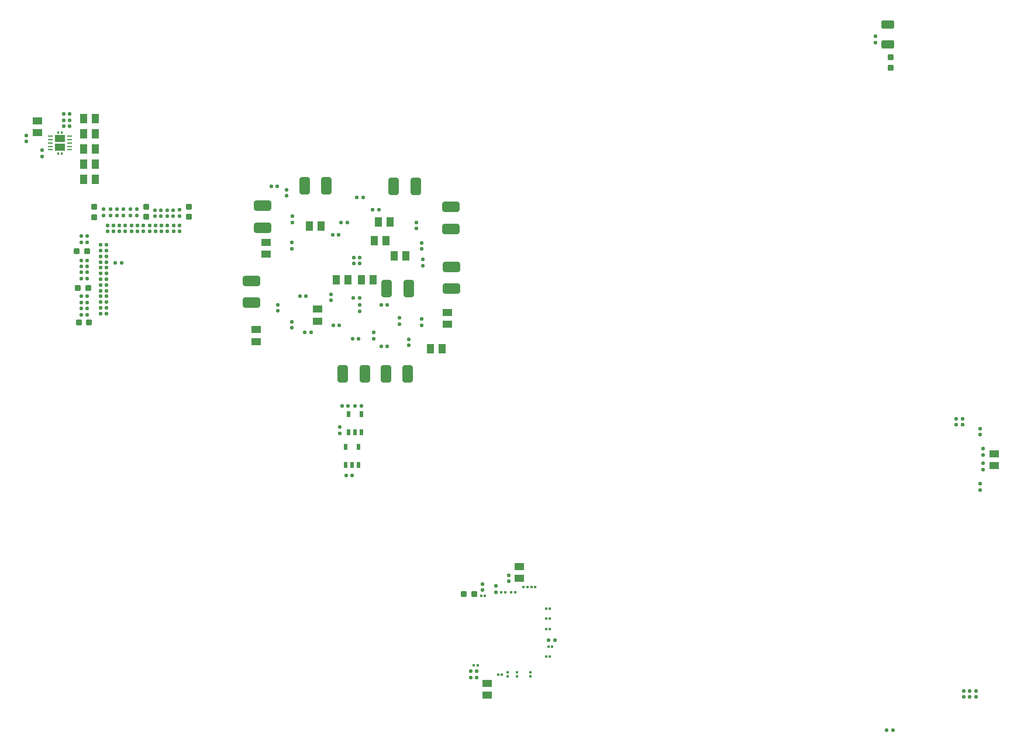
<source format=gbp>
G04*
G04 #@! TF.GenerationSoftware,Altium Limited,Altium Designer,20.1.11 (218)*
G04*
G04 Layer_Color=128*
%FSLAX24Y24*%
%MOIN*%
G70*
G04*
G04 #@! TF.SameCoordinates,C20E3654-7A5B-4E15-AF0D-48D46733EB80*
G04*
G04*
G04 #@! TF.FilePolarity,Positive*
G04*
G01*
G75*
G04:AMPARAMS|DCode=42|XSize=20mil|YSize=20mil|CornerRadius=6mil|HoleSize=0mil|Usage=FLASHONLY|Rotation=180.000|XOffset=0mil|YOffset=0mil|HoleType=Round|Shape=RoundedRectangle|*
%AMROUNDEDRECTD42*
21,1,0.0200,0.0080,0,0,180.0*
21,1,0.0080,0.0200,0,0,180.0*
1,1,0.0120,-0.0040,0.0040*
1,1,0.0120,0.0040,0.0040*
1,1,0.0120,0.0040,-0.0040*
1,1,0.0120,-0.0040,-0.0040*
%
%ADD42ROUNDEDRECTD42*%
G04:AMPARAMS|DCode=44|XSize=20mil|YSize=20mil|CornerRadius=6mil|HoleSize=0mil|Usage=FLASHONLY|Rotation=90.000|XOffset=0mil|YOffset=0mil|HoleType=Round|Shape=RoundedRectangle|*
%AMROUNDEDRECTD44*
21,1,0.0200,0.0080,0,0,90.0*
21,1,0.0080,0.0200,0,0,90.0*
1,1,0.0120,0.0040,0.0040*
1,1,0.0120,0.0040,-0.0040*
1,1,0.0120,-0.0040,-0.0040*
1,1,0.0120,-0.0040,0.0040*
%
%ADD44ROUNDEDRECTD44*%
G04:AMPARAMS|DCode=49|XSize=55mil|YSize=43mil|CornerRadius=8mil|HoleSize=0mil|Usage=FLASHONLY|Rotation=90.000|XOffset=0mil|YOffset=0mil|HoleType=Round|Shape=RoundedRectangle|*
%AMROUNDEDRECTD49*
21,1,0.0550,0.0271,0,0,90.0*
21,1,0.0391,0.0430,0,0,90.0*
1,1,0.0159,0.0135,0.0195*
1,1,0.0159,0.0135,-0.0195*
1,1,0.0159,-0.0135,-0.0195*
1,1,0.0159,-0.0135,0.0195*
%
%ADD49ROUNDEDRECTD49*%
G04:AMPARAMS|DCode=55|XSize=98.4mil|YSize=59.1mil|CornerRadius=11.8mil|HoleSize=0mil|Usage=FLASHONLY|Rotation=0.000|XOffset=0mil|YOffset=0mil|HoleType=Round|Shape=RoundedRectangle|*
%AMROUNDEDRECTD55*
21,1,0.0984,0.0354,0,0,0.0*
21,1,0.0748,0.0591,0,0,0.0*
1,1,0.0236,0.0374,-0.0177*
1,1,0.0236,-0.0374,-0.0177*
1,1,0.0236,-0.0374,0.0177*
1,1,0.0236,0.0374,0.0177*
%
%ADD55ROUNDEDRECTD55*%
G04:AMPARAMS|DCode=57|XSize=35mil|YSize=34mil|CornerRadius=6mil|HoleSize=0mil|Usage=FLASHONLY|Rotation=180.000|XOffset=0mil|YOffset=0mil|HoleType=Round|Shape=RoundedRectangle|*
%AMROUNDEDRECTD57*
21,1,0.0350,0.0221,0,0,180.0*
21,1,0.0231,0.0340,0,0,180.0*
1,1,0.0119,-0.0116,0.0111*
1,1,0.0119,0.0116,0.0111*
1,1,0.0119,0.0116,-0.0111*
1,1,0.0119,-0.0116,-0.0111*
%
%ADD57ROUNDEDRECTD57*%
G04:AMPARAMS|DCode=58|XSize=98.4mil|YSize=59.1mil|CornerRadius=11.8mil|HoleSize=0mil|Usage=FLASHONLY|Rotation=270.000|XOffset=0mil|YOffset=0mil|HoleType=Round|Shape=RoundedRectangle|*
%AMROUNDEDRECTD58*
21,1,0.0984,0.0354,0,0,270.0*
21,1,0.0748,0.0591,0,0,270.0*
1,1,0.0236,-0.0177,-0.0374*
1,1,0.0236,-0.0177,0.0374*
1,1,0.0236,0.0177,0.0374*
1,1,0.0236,0.0177,-0.0374*
%
%ADD58ROUNDEDRECTD58*%
G04:AMPARAMS|DCode=67|XSize=71mil|YSize=47mil|CornerRadius=8mil|HoleSize=0mil|Usage=FLASHONLY|Rotation=0.000|XOffset=0mil|YOffset=0mil|HoleType=Round|Shape=RoundedRectangle|*
%AMROUNDEDRECTD67*
21,1,0.0710,0.0310,0,0,0.0*
21,1,0.0550,0.0470,0,0,0.0*
1,1,0.0160,0.0275,-0.0155*
1,1,0.0160,-0.0275,-0.0155*
1,1,0.0160,-0.0275,0.0155*
1,1,0.0160,0.0275,0.0155*
%
%ADD67ROUNDEDRECTD67*%
G04:AMPARAMS|DCode=77|XSize=55mil|YSize=43mil|CornerRadius=8mil|HoleSize=0mil|Usage=FLASHONLY|Rotation=0.000|XOffset=0mil|YOffset=0mil|HoleType=Round|Shape=RoundedRectangle|*
%AMROUNDEDRECTD77*
21,1,0.0550,0.0271,0,0,0.0*
21,1,0.0391,0.0430,0,0,0.0*
1,1,0.0159,0.0195,-0.0135*
1,1,0.0159,-0.0195,-0.0135*
1,1,0.0159,-0.0195,0.0135*
1,1,0.0159,0.0195,0.0135*
%
%ADD77ROUNDEDRECTD77*%
G04:AMPARAMS|DCode=91|XSize=35mil|YSize=34mil|CornerRadius=9mil|HoleSize=0mil|Usage=FLASHONLY|Rotation=270.000|XOffset=0mil|YOffset=0mil|HoleType=Round|Shape=RoundedRectangle|*
%AMROUNDEDRECTD91*
21,1,0.0350,0.0160,0,0,270.0*
21,1,0.0170,0.0340,0,0,270.0*
1,1,0.0180,-0.0080,-0.0085*
1,1,0.0180,-0.0080,0.0085*
1,1,0.0180,0.0080,0.0085*
1,1,0.0180,0.0080,-0.0085*
%
%ADD91ROUNDEDRECTD91*%
G04:AMPARAMS|DCode=285|XSize=9.4mil|YSize=23.6mil|CornerRadius=1.9mil|HoleSize=0mil|Usage=FLASHONLY|Rotation=90.000|XOffset=0mil|YOffset=0mil|HoleType=Round|Shape=RoundedRectangle|*
%AMROUNDEDRECTD285*
21,1,0.0094,0.0197,0,0,90.0*
21,1,0.0056,0.0236,0,0,90.0*
1,1,0.0039,0.0099,0.0028*
1,1,0.0039,0.0099,-0.0028*
1,1,0.0039,-0.0099,-0.0028*
1,1,0.0039,-0.0099,0.0028*
%
%ADD285ROUNDEDRECTD285*%
G04:AMPARAMS|DCode=286|XSize=35mil|YSize=34mil|CornerRadius=6mil|HoleSize=0mil|Usage=FLASHONLY|Rotation=90.000|XOffset=0mil|YOffset=0mil|HoleType=Round|Shape=RoundedRectangle|*
%AMROUNDEDRECTD286*
21,1,0.0350,0.0221,0,0,90.0*
21,1,0.0231,0.0340,0,0,90.0*
1,1,0.0119,0.0111,0.0116*
1,1,0.0119,0.0111,-0.0116*
1,1,0.0119,-0.0111,-0.0116*
1,1,0.0119,-0.0111,0.0116*
%
%ADD286ROUNDEDRECTD286*%
%ADD287R,0.0120X0.0180*%
%ADD288R,0.0180X0.0120*%
%ADD296R,0.0197X0.0374*%
G36*
X5501Y37989D02*
X5509Y37989D01*
X5524Y37983D01*
X5535Y37972D01*
X5541Y37958D01*
X5541Y37950D01*
X5541D01*
X5541Y37611D01*
X5541Y37603D01*
X5535Y37589D01*
X5524Y37578D01*
X5509Y37572D01*
X5501Y37572D01*
X5501Y37572D01*
X4990Y37572D01*
X4982Y37572D01*
X4967Y37578D01*
X4956Y37589D01*
X4950Y37603D01*
X4950Y37611D01*
X4950Y37611D01*
X4950Y37950D01*
X4950Y37958D01*
X4956Y37972D01*
X4967Y37983D01*
X4982Y37989D01*
X4990Y37989D01*
X4990Y37989D01*
X5501Y37989D01*
D02*
G37*
G36*
X5385Y37490D02*
X5390Y37485D01*
X5393Y37477D01*
X5393Y37473D01*
Y37473D01*
X5393Y37379D01*
Y37375D01*
X5390Y37368D01*
X5385Y37362D01*
X5377Y37359D01*
X5373Y37359D01*
X5373Y37359D01*
X5314Y37359D01*
X5311Y37359D01*
X5303Y37362D01*
X5298Y37368D01*
X5295Y37375D01*
X5295Y37379D01*
X5295Y37379D01*
X5295Y37473D01*
X5295Y37477D01*
X5298Y37485D01*
X5303Y37490D01*
X5311Y37493D01*
X5314Y37493D01*
X5314Y37493D01*
X5373Y37493D01*
X5377Y37493D01*
X5385Y37490D01*
D02*
G37*
G36*
X5188D02*
X5193Y37485D01*
X5196Y37477D01*
X5196Y37473D01*
Y37473D01*
X5196Y37379D01*
Y37375D01*
X5193Y37368D01*
X5188Y37362D01*
X5181Y37359D01*
X5177Y37359D01*
X5177Y37359D01*
X5118Y37359D01*
X5114Y37359D01*
X5106Y37362D01*
X5101Y37368D01*
X5098Y37375D01*
X5098Y37379D01*
X5098Y37379D01*
X5098Y37473D01*
X5098Y37477D01*
X5101Y37485D01*
X5106Y37490D01*
X5114Y37493D01*
X5118Y37493D01*
X5118Y37493D01*
X5177Y37493D01*
X5181Y37493D01*
X5188Y37490D01*
D02*
G37*
G36*
X5385Y38695D02*
X5390Y38689D01*
X5393Y38682D01*
X5393Y38678D01*
X5393D01*
X5393Y38584D01*
X5393Y38580D01*
X5390Y38573D01*
X5385Y38567D01*
X5377Y38564D01*
X5373Y38564D01*
X5374Y38564D01*
X5314Y38564D01*
X5311Y38564D01*
X5303Y38567D01*
X5298Y38573D01*
X5295Y38580D01*
X5295Y38584D01*
X5295Y38584D01*
X5295Y38678D01*
Y38682D01*
X5298Y38689D01*
X5303Y38695D01*
X5311Y38698D01*
X5314Y38698D01*
X5314Y38698D01*
X5373Y38698D01*
X5377Y38698D01*
X5385Y38695D01*
D02*
G37*
G36*
X5188D02*
X5193Y38689D01*
X5196Y38682D01*
X5196Y38678D01*
X5196D01*
X5196Y38584D01*
X5196Y38580D01*
X5193Y38573D01*
X5188Y38567D01*
X5181Y38564D01*
X5177Y38564D01*
X5177Y38564D01*
X5118Y38564D01*
X5114Y38564D01*
X5106Y38567D01*
X5101Y38573D01*
X5098Y38580D01*
X5098Y38584D01*
X5098Y38584D01*
X5098Y38678D01*
Y38682D01*
X5101Y38689D01*
X5106Y38695D01*
X5114Y38698D01*
X5118Y38698D01*
X5118Y38698D01*
X5177Y38698D01*
X5181Y38698D01*
X5188Y38695D01*
D02*
G37*
G36*
X5501Y38485D02*
X5509Y38485D01*
X5524Y38479D01*
X5535Y38468D01*
X5541Y38454D01*
X5541Y38446D01*
Y38446D01*
X5541Y38107D01*
X5541Y38100D01*
X5535Y38085D01*
X5524Y38074D01*
X5509Y38068D01*
X5501Y38068D01*
X5501Y38068D01*
X4990Y38068D01*
X4982Y38068D01*
X4967Y38074D01*
X4956Y38085D01*
X4950Y38100D01*
X4950Y38107D01*
X4950Y38107D01*
X4950Y38446D01*
X4950Y38454D01*
X4956Y38468D01*
X4967Y38479D01*
X4982Y38485D01*
X4990Y38485D01*
X4990Y38485D01*
X5501Y38485D01*
D02*
G37*
D42*
X57452Y6411D02*
D03*
Y6761D02*
D03*
X30097Y12749D02*
D03*
Y12399D02*
D03*
X9663Y33320D02*
D03*
Y32970D02*
D03*
X9321D02*
D03*
Y33320D02*
D03*
X12057Y32970D02*
D03*
Y33320D02*
D03*
X10005Y32970D02*
D03*
Y33320D02*
D03*
X10347D02*
D03*
Y32970D02*
D03*
X10689Y33320D02*
D03*
Y32970D02*
D03*
X11031Y33320D02*
D03*
Y32970D02*
D03*
X8979Y33320D02*
D03*
Y32970D02*
D03*
X11373Y33320D02*
D03*
Y32970D02*
D03*
X11715D02*
D03*
Y33320D02*
D03*
X8637Y32970D02*
D03*
Y33320D02*
D03*
X21195Y21456D02*
D03*
Y21806D02*
D03*
X8879Y33896D02*
D03*
Y34246D02*
D03*
X9618Y33896D02*
D03*
Y34246D02*
D03*
X8496Y33896D02*
D03*
Y34246D02*
D03*
X7732Y33896D02*
D03*
Y34246D02*
D03*
X8114Y33896D02*
D03*
Y34246D02*
D03*
X9261Y33896D02*
D03*
Y34246D02*
D03*
X3328Y38111D02*
D03*
Y38461D02*
D03*
X4220Y37602D02*
D03*
Y37252D02*
D03*
X11349Y33849D02*
D03*
Y34199D02*
D03*
X7953Y33320D02*
D03*
Y32970D02*
D03*
X11698Y34199D02*
D03*
Y33849D02*
D03*
X12061Y34200D02*
D03*
Y33850D02*
D03*
X8295Y33320D02*
D03*
Y32970D02*
D03*
X11000Y34199D02*
D03*
Y33849D02*
D03*
X10652Y34199D02*
D03*
Y33849D02*
D03*
X18170Y35364D02*
D03*
Y35014D02*
D03*
X25864Y27978D02*
D03*
Y27628D02*
D03*
X25556Y33135D02*
D03*
Y33485D02*
D03*
X25848Y31978D02*
D03*
Y32329D02*
D03*
X25938Y31368D02*
D03*
Y31018D02*
D03*
X18492Y33491D02*
D03*
Y33841D02*
D03*
X18452Y31990D02*
D03*
Y32340D02*
D03*
X17658Y28790D02*
D03*
Y28440D02*
D03*
X20697Y29035D02*
D03*
Y29385D02*
D03*
X22325Y28777D02*
D03*
Y28427D02*
D03*
X18458Y27817D02*
D03*
Y27467D02*
D03*
X23144Y27208D02*
D03*
Y26858D02*
D03*
X25121Y26478D02*
D03*
Y26828D02*
D03*
X24605Y27699D02*
D03*
Y28049D02*
D03*
X51744Y44106D02*
D03*
Y43756D02*
D03*
X57681Y18581D02*
D03*
Y18231D02*
D03*
X57688Y21381D02*
D03*
Y21731D02*
D03*
X56698Y21941D02*
D03*
Y22291D02*
D03*
X56336Y22289D02*
D03*
Y21939D02*
D03*
X57864Y19397D02*
D03*
Y19747D02*
D03*
X57871Y20572D02*
D03*
Y20222D02*
D03*
X30830Y13352D02*
D03*
Y13002D02*
D03*
X29341Y12862D02*
D03*
Y12512D02*
D03*
D44*
X52366Y4510D02*
D03*
X52716D02*
D03*
X56748Y6761D02*
D03*
X57098D02*
D03*
X56748Y6400D02*
D03*
X57098D02*
D03*
X28997Y7514D02*
D03*
X28647D02*
D03*
X21677Y23009D02*
D03*
X21327D02*
D03*
X22079Y23021D02*
D03*
X22429D02*
D03*
X21549Y19043D02*
D03*
X21899D02*
D03*
X5808Y39691D02*
D03*
X5458D02*
D03*
X5808Y38972D02*
D03*
X5458D02*
D03*
Y39331D02*
D03*
X5808D02*
D03*
X7903Y31227D02*
D03*
X7553D02*
D03*
Y28288D02*
D03*
X7903D02*
D03*
X7553Y29595D02*
D03*
X7903D02*
D03*
X7553Y28615D02*
D03*
X7903D02*
D03*
X7553Y32207D02*
D03*
X7903D02*
D03*
Y28941D02*
D03*
X7553D02*
D03*
Y29268D02*
D03*
X7903D02*
D03*
X8753Y31186D02*
D03*
X8403D02*
D03*
X7553Y31880D02*
D03*
X7903D02*
D03*
X7553Y31554D02*
D03*
X7903D02*
D03*
Y30901D02*
D03*
X7553D02*
D03*
Y30574D02*
D03*
X7903D02*
D03*
Y30248D02*
D03*
X7553D02*
D03*
X7903Y29921D02*
D03*
X7553D02*
D03*
X6448Y32715D02*
D03*
X6798D02*
D03*
X6454Y32358D02*
D03*
X6804D02*
D03*
X6451Y31327D02*
D03*
X6801D02*
D03*
X6455Y30988D02*
D03*
X6805D02*
D03*
X6455Y30642D02*
D03*
X6805D02*
D03*
X6452Y30296D02*
D03*
X6802D02*
D03*
X6455Y28229D02*
D03*
X6805D02*
D03*
X6455Y28576D02*
D03*
X6805D02*
D03*
X6455Y28921D02*
D03*
X6805D02*
D03*
X6453Y29275D02*
D03*
X6803D02*
D03*
X17295Y35553D02*
D03*
X17645D02*
D03*
X22528Y34905D02*
D03*
X22178D02*
D03*
X23423Y34221D02*
D03*
X23073D02*
D03*
X22340Y31499D02*
D03*
X21990D02*
D03*
X21983Y31142D02*
D03*
X22333D02*
D03*
X21140Y32769D02*
D03*
X20790D02*
D03*
X21974Y29170D02*
D03*
X22324D02*
D03*
X23909Y28784D02*
D03*
X23559D02*
D03*
X19279Y29288D02*
D03*
X18929D02*
D03*
X19201Y27223D02*
D03*
X19551D02*
D03*
X21174Y27624D02*
D03*
X20824D02*
D03*
X22279Y26846D02*
D03*
X21929D02*
D03*
X23912Y26428D02*
D03*
X23562D02*
D03*
X21630Y33476D02*
D03*
X21280D02*
D03*
X29001Y7867D02*
D03*
X28651D02*
D03*
X33461Y9637D02*
D03*
X33111D02*
D03*
D49*
X6602Y39403D02*
D03*
X7272D02*
D03*
X6603Y35945D02*
D03*
X7273D02*
D03*
X6602Y38543D02*
D03*
X7272D02*
D03*
X6602Y37684D02*
D03*
X7272D02*
D03*
X6602Y36825D02*
D03*
X7272D02*
D03*
X23820Y32449D02*
D03*
X23150D02*
D03*
X23386Y33516D02*
D03*
X24056D02*
D03*
X24953Y31584D02*
D03*
X24283D02*
D03*
X21659Y30202D02*
D03*
X20989D02*
D03*
X22415Y30202D02*
D03*
X23085D02*
D03*
X20143Y33283D02*
D03*
X19473D02*
D03*
X27023Y26282D02*
D03*
X26353D02*
D03*
D55*
X16166Y28904D02*
D03*
Y30164D02*
D03*
X16811Y33192D02*
D03*
Y34452D02*
D03*
X27563Y29702D02*
D03*
Y30962D02*
D03*
X27515Y33125D02*
D03*
Y34385D02*
D03*
D57*
X6908Y27773D02*
D03*
X6318D02*
D03*
X6211Y31841D02*
D03*
X6801D02*
D03*
X6262Y29764D02*
D03*
X6852D02*
D03*
X28855Y12274D02*
D03*
X28265D02*
D03*
D58*
X25128Y29707D02*
D03*
X23868D02*
D03*
X25078Y24860D02*
D03*
X23819D02*
D03*
X22616Y24845D02*
D03*
X21356D02*
D03*
X25535Y35541D02*
D03*
X24275D02*
D03*
X20446Y35573D02*
D03*
X19186D02*
D03*
D67*
X52441Y43650D02*
D03*
Y44790D02*
D03*
D77*
X3955Y38608D02*
D03*
Y39278D02*
D03*
X16996Y32341D02*
D03*
Y31671D02*
D03*
X16441Y27368D02*
D03*
Y26698D02*
D03*
X27341Y27674D02*
D03*
Y28344D02*
D03*
X19919Y28536D02*
D03*
Y27866D02*
D03*
X58506Y19603D02*
D03*
Y20273D02*
D03*
X31435Y13861D02*
D03*
Y13191D02*
D03*
X29583Y6521D02*
D03*
Y7191D02*
D03*
D91*
X52594Y42314D02*
D03*
Y42904D02*
D03*
D285*
X4694Y37635D02*
D03*
Y37832D02*
D03*
Y38029D02*
D03*
Y38225D02*
D03*
Y38422D02*
D03*
X5797Y37635D02*
D03*
Y37832D02*
D03*
Y38029D02*
D03*
Y38225D02*
D03*
Y38422D02*
D03*
D286*
X10155Y34397D02*
D03*
Y33807D02*
D03*
X7195Y34372D02*
D03*
Y33782D02*
D03*
X12589Y33808D02*
D03*
Y34398D02*
D03*
D287*
X32345Y12694D02*
D03*
X32125D02*
D03*
X31664Y12693D02*
D03*
X31884D02*
D03*
X30405Y12380D02*
D03*
X30625D02*
D03*
X31190Y12383D02*
D03*
X30970D02*
D03*
X29256Y12177D02*
D03*
X29476D02*
D03*
X30437Y7676D02*
D03*
X30217D02*
D03*
X33174Y11463D02*
D03*
X32954D02*
D03*
X33174Y10872D02*
D03*
X32954D02*
D03*
X33174Y10281D02*
D03*
X32954D02*
D03*
X33309Y9296D02*
D03*
X33089D02*
D03*
X33174Y8708D02*
D03*
X32954D02*
D03*
X28834Y8215D02*
D03*
X29054D02*
D03*
D288*
X32078Y7594D02*
D03*
Y7814D02*
D03*
X31294Y7594D02*
D03*
Y7814D02*
D03*
X30757Y7584D02*
D03*
Y7804D02*
D03*
D296*
X22441Y21514D02*
D03*
X22067D02*
D03*
X21693D02*
D03*
Y22537D02*
D03*
X22441D02*
D03*
X22280Y20669D02*
D03*
X21532D02*
D03*
Y19645D02*
D03*
X21906D02*
D03*
X22280D02*
D03*
M02*

</source>
